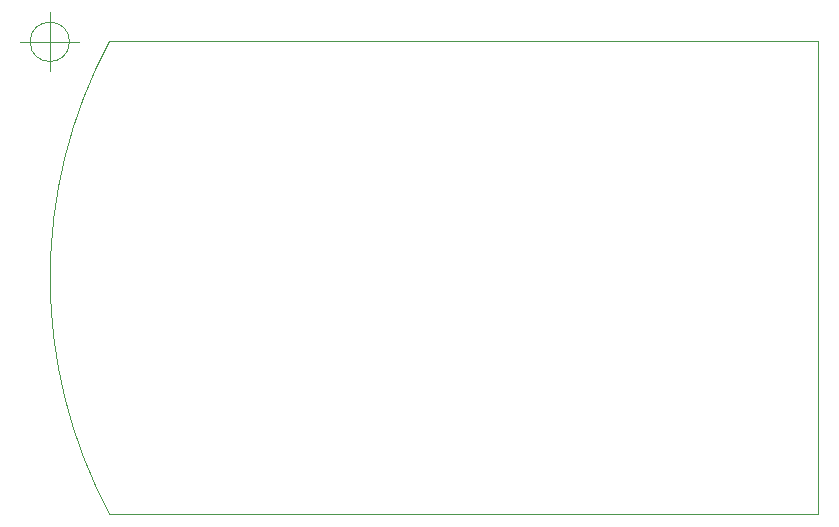
<source format=gbr>
%TF.GenerationSoftware,KiCad,Pcbnew,(5.1.8-0-10_14)*%
%TF.CreationDate,2022-01-05T18:09:54+08:00*%
%TF.ProjectId,MicroMouse,4d696372-6f4d-46f7-9573-652e6b696361,rev?*%
%TF.SameCoordinates,Original*%
%TF.FileFunction,Profile,NP*%
%FSLAX46Y46*%
G04 Gerber Fmt 4.6, Leading zero omitted, Abs format (unit mm)*
G04 Created by KiCad (PCBNEW (5.1.8-0-10_14)) date 2022-01-05 18:09:54*
%MOMM*%
%LPD*%
G01*
G04 APERTURE LIST*
%TA.AperFunction,Profile*%
%ADD10C,0.050000*%
%TD*%
%TA.AperFunction,Profile*%
%ADD11C,0.100000*%
%TD*%
G04 APERTURE END LIST*
D10*
X66612066Y-70033020D02*
G75*
G03*
X66612066Y-70033020I-1666666J0D01*
G01*
X62445400Y-70033020D02*
X67445400Y-70033020D01*
X64945400Y-67533020D02*
X64945400Y-72533020D01*
D11*
X70000000Y-110000000D02*
G75*
G02*
X70000000Y-70000000I37325000J20000000D01*
G01*
X130000000Y-110000000D02*
X70000000Y-110000000D01*
X130000000Y-70000000D02*
X130000000Y-110000000D01*
X70000000Y-70000000D02*
X130000000Y-70000000D01*
M02*

</source>
